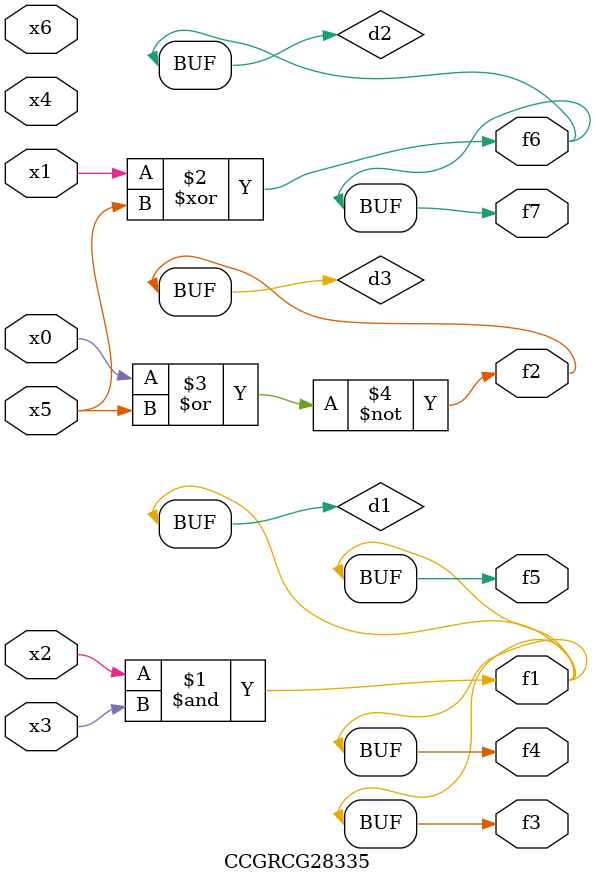
<source format=v>
module CCGRCG28335(
	input x0, x1, x2, x3, x4, x5, x6,
	output f1, f2, f3, f4, f5, f6, f7
);

	wire d1, d2, d3;

	and (d1, x2, x3);
	xor (d2, x1, x5);
	nor (d3, x0, x5);
	assign f1 = d1;
	assign f2 = d3;
	assign f3 = d1;
	assign f4 = d1;
	assign f5 = d1;
	assign f6 = d2;
	assign f7 = d2;
endmodule

</source>
